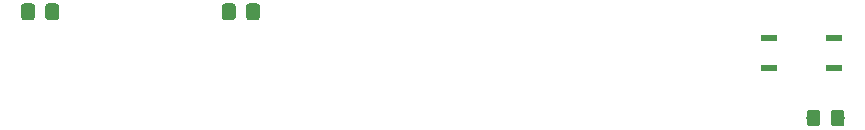
<source format=gbr>
G04 #@! TF.GenerationSoftware,KiCad,Pcbnew,(5.0.2)-1*
G04 #@! TF.CreationDate,2019-10-18T18:51:17-07:00*
G04 #@! TF.ProjectId,Arduino Project,41726475-696e-46f2-9050-726f6a656374,rev?*
G04 #@! TF.SameCoordinates,Original*
G04 #@! TF.FileFunction,Paste,Top*
G04 #@! TF.FilePolarity,Positive*
%FSLAX46Y46*%
G04 Gerber Fmt 4.6, Leading zero omitted, Abs format (unit mm)*
G04 Created by KiCad (PCBNEW (5.0.2)-1) date 10/18/2019 6:51:17 PM*
%MOMM*%
%LPD*%
G01*
G04 APERTURE LIST*
%ADD10R,1.450000X0.550000*%
%ADD11C,0.100000*%
%ADD12C,1.150000*%
G04 APERTURE END LIST*
D10*
G04 #@! TO.C,U2*
X153750000Y-54770000D03*
X153750000Y-52230000D03*
X159250000Y-52230000D03*
X159250000Y-54770000D03*
G04 #@! TD*
D11*
G04 #@! TO.C,R1*
G36*
X91324505Y-49301204D02*
X91348773Y-49304804D01*
X91372572Y-49310765D01*
X91395671Y-49319030D01*
X91417850Y-49329520D01*
X91438893Y-49342132D01*
X91458599Y-49356747D01*
X91476777Y-49373223D01*
X91493253Y-49391401D01*
X91507868Y-49411107D01*
X91520480Y-49432150D01*
X91530970Y-49454329D01*
X91539235Y-49477428D01*
X91545196Y-49501227D01*
X91548796Y-49525495D01*
X91550000Y-49549999D01*
X91550000Y-50450001D01*
X91548796Y-50474505D01*
X91545196Y-50498773D01*
X91539235Y-50522572D01*
X91530970Y-50545671D01*
X91520480Y-50567850D01*
X91507868Y-50588893D01*
X91493253Y-50608599D01*
X91476777Y-50626777D01*
X91458599Y-50643253D01*
X91438893Y-50657868D01*
X91417850Y-50670480D01*
X91395671Y-50680970D01*
X91372572Y-50689235D01*
X91348773Y-50695196D01*
X91324505Y-50698796D01*
X91300001Y-50700000D01*
X90649999Y-50700000D01*
X90625495Y-50698796D01*
X90601227Y-50695196D01*
X90577428Y-50689235D01*
X90554329Y-50680970D01*
X90532150Y-50670480D01*
X90511107Y-50657868D01*
X90491401Y-50643253D01*
X90473223Y-50626777D01*
X90456747Y-50608599D01*
X90442132Y-50588893D01*
X90429520Y-50567850D01*
X90419030Y-50545671D01*
X90410765Y-50522572D01*
X90404804Y-50498773D01*
X90401204Y-50474505D01*
X90400000Y-50450001D01*
X90400000Y-49549999D01*
X90401204Y-49525495D01*
X90404804Y-49501227D01*
X90410765Y-49477428D01*
X90419030Y-49454329D01*
X90429520Y-49432150D01*
X90442132Y-49411107D01*
X90456747Y-49391401D01*
X90473223Y-49373223D01*
X90491401Y-49356747D01*
X90511107Y-49342132D01*
X90532150Y-49329520D01*
X90554329Y-49319030D01*
X90577428Y-49310765D01*
X90601227Y-49304804D01*
X90625495Y-49301204D01*
X90649999Y-49300000D01*
X91300001Y-49300000D01*
X91324505Y-49301204D01*
X91324505Y-49301204D01*
G37*
D12*
X90975000Y-50000000D03*
D11*
G36*
X93374505Y-49301204D02*
X93398773Y-49304804D01*
X93422572Y-49310765D01*
X93445671Y-49319030D01*
X93467850Y-49329520D01*
X93488893Y-49342132D01*
X93508599Y-49356747D01*
X93526777Y-49373223D01*
X93543253Y-49391401D01*
X93557868Y-49411107D01*
X93570480Y-49432150D01*
X93580970Y-49454329D01*
X93589235Y-49477428D01*
X93595196Y-49501227D01*
X93598796Y-49525495D01*
X93600000Y-49549999D01*
X93600000Y-50450001D01*
X93598796Y-50474505D01*
X93595196Y-50498773D01*
X93589235Y-50522572D01*
X93580970Y-50545671D01*
X93570480Y-50567850D01*
X93557868Y-50588893D01*
X93543253Y-50608599D01*
X93526777Y-50626777D01*
X93508599Y-50643253D01*
X93488893Y-50657868D01*
X93467850Y-50670480D01*
X93445671Y-50680970D01*
X93422572Y-50689235D01*
X93398773Y-50695196D01*
X93374505Y-50698796D01*
X93350001Y-50700000D01*
X92699999Y-50700000D01*
X92675495Y-50698796D01*
X92651227Y-50695196D01*
X92627428Y-50689235D01*
X92604329Y-50680970D01*
X92582150Y-50670480D01*
X92561107Y-50657868D01*
X92541401Y-50643253D01*
X92523223Y-50626777D01*
X92506747Y-50608599D01*
X92492132Y-50588893D01*
X92479520Y-50567850D01*
X92469030Y-50545671D01*
X92460765Y-50522572D01*
X92454804Y-50498773D01*
X92451204Y-50474505D01*
X92450000Y-50450001D01*
X92450000Y-49549999D01*
X92451204Y-49525495D01*
X92454804Y-49501227D01*
X92460765Y-49477428D01*
X92469030Y-49454329D01*
X92479520Y-49432150D01*
X92492132Y-49411107D01*
X92506747Y-49391401D01*
X92523223Y-49373223D01*
X92541401Y-49356747D01*
X92561107Y-49342132D01*
X92582150Y-49329520D01*
X92604329Y-49319030D01*
X92627428Y-49310765D01*
X92651227Y-49304804D01*
X92675495Y-49301204D01*
X92699999Y-49300000D01*
X93350001Y-49300000D01*
X93374505Y-49301204D01*
X93374505Y-49301204D01*
G37*
D12*
X93025000Y-50000000D03*
G04 #@! TD*
D11*
G04 #@! TO.C,R2*
G36*
X108324505Y-49301204D02*
X108348773Y-49304804D01*
X108372572Y-49310765D01*
X108395671Y-49319030D01*
X108417850Y-49329520D01*
X108438893Y-49342132D01*
X108458599Y-49356747D01*
X108476777Y-49373223D01*
X108493253Y-49391401D01*
X108507868Y-49411107D01*
X108520480Y-49432150D01*
X108530970Y-49454329D01*
X108539235Y-49477428D01*
X108545196Y-49501227D01*
X108548796Y-49525495D01*
X108550000Y-49549999D01*
X108550000Y-50450001D01*
X108548796Y-50474505D01*
X108545196Y-50498773D01*
X108539235Y-50522572D01*
X108530970Y-50545671D01*
X108520480Y-50567850D01*
X108507868Y-50588893D01*
X108493253Y-50608599D01*
X108476777Y-50626777D01*
X108458599Y-50643253D01*
X108438893Y-50657868D01*
X108417850Y-50670480D01*
X108395671Y-50680970D01*
X108372572Y-50689235D01*
X108348773Y-50695196D01*
X108324505Y-50698796D01*
X108300001Y-50700000D01*
X107649999Y-50700000D01*
X107625495Y-50698796D01*
X107601227Y-50695196D01*
X107577428Y-50689235D01*
X107554329Y-50680970D01*
X107532150Y-50670480D01*
X107511107Y-50657868D01*
X107491401Y-50643253D01*
X107473223Y-50626777D01*
X107456747Y-50608599D01*
X107442132Y-50588893D01*
X107429520Y-50567850D01*
X107419030Y-50545671D01*
X107410765Y-50522572D01*
X107404804Y-50498773D01*
X107401204Y-50474505D01*
X107400000Y-50450001D01*
X107400000Y-49549999D01*
X107401204Y-49525495D01*
X107404804Y-49501227D01*
X107410765Y-49477428D01*
X107419030Y-49454329D01*
X107429520Y-49432150D01*
X107442132Y-49411107D01*
X107456747Y-49391401D01*
X107473223Y-49373223D01*
X107491401Y-49356747D01*
X107511107Y-49342132D01*
X107532150Y-49329520D01*
X107554329Y-49319030D01*
X107577428Y-49310765D01*
X107601227Y-49304804D01*
X107625495Y-49301204D01*
X107649999Y-49300000D01*
X108300001Y-49300000D01*
X108324505Y-49301204D01*
X108324505Y-49301204D01*
G37*
D12*
X107975000Y-50000000D03*
D11*
G36*
X110374505Y-49301204D02*
X110398773Y-49304804D01*
X110422572Y-49310765D01*
X110445671Y-49319030D01*
X110467850Y-49329520D01*
X110488893Y-49342132D01*
X110508599Y-49356747D01*
X110526777Y-49373223D01*
X110543253Y-49391401D01*
X110557868Y-49411107D01*
X110570480Y-49432150D01*
X110580970Y-49454329D01*
X110589235Y-49477428D01*
X110595196Y-49501227D01*
X110598796Y-49525495D01*
X110600000Y-49549999D01*
X110600000Y-50450001D01*
X110598796Y-50474505D01*
X110595196Y-50498773D01*
X110589235Y-50522572D01*
X110580970Y-50545671D01*
X110570480Y-50567850D01*
X110557868Y-50588893D01*
X110543253Y-50608599D01*
X110526777Y-50626777D01*
X110508599Y-50643253D01*
X110488893Y-50657868D01*
X110467850Y-50670480D01*
X110445671Y-50680970D01*
X110422572Y-50689235D01*
X110398773Y-50695196D01*
X110374505Y-50698796D01*
X110350001Y-50700000D01*
X109699999Y-50700000D01*
X109675495Y-50698796D01*
X109651227Y-50695196D01*
X109627428Y-50689235D01*
X109604329Y-50680970D01*
X109582150Y-50670480D01*
X109561107Y-50657868D01*
X109541401Y-50643253D01*
X109523223Y-50626777D01*
X109506747Y-50608599D01*
X109492132Y-50588893D01*
X109479520Y-50567850D01*
X109469030Y-50545671D01*
X109460765Y-50522572D01*
X109454804Y-50498773D01*
X109451204Y-50474505D01*
X109450000Y-50450001D01*
X109450000Y-49549999D01*
X109451204Y-49525495D01*
X109454804Y-49501227D01*
X109460765Y-49477428D01*
X109469030Y-49454329D01*
X109479520Y-49432150D01*
X109492132Y-49411107D01*
X109506747Y-49391401D01*
X109523223Y-49373223D01*
X109541401Y-49356747D01*
X109561107Y-49342132D01*
X109582150Y-49329520D01*
X109604329Y-49319030D01*
X109627428Y-49310765D01*
X109651227Y-49304804D01*
X109675495Y-49301204D01*
X109699999Y-49300000D01*
X110350001Y-49300000D01*
X110374505Y-49301204D01*
X110374505Y-49301204D01*
G37*
D12*
X110025000Y-50000000D03*
G04 #@! TD*
D11*
G04 #@! TO.C,R3*
G36*
X159874505Y-58301204D02*
X159898773Y-58304804D01*
X159922572Y-58310765D01*
X159945671Y-58319030D01*
X159967850Y-58329520D01*
X159988893Y-58342132D01*
X160008599Y-58356747D01*
X160026777Y-58373223D01*
X160043253Y-58391401D01*
X160057868Y-58411107D01*
X160070480Y-58432150D01*
X160080970Y-58454329D01*
X160089235Y-58477428D01*
X160095196Y-58501227D01*
X160098796Y-58525495D01*
X160100000Y-58549999D01*
X160100000Y-59450001D01*
X160098796Y-59474505D01*
X160095196Y-59498773D01*
X160089235Y-59522572D01*
X160080970Y-59545671D01*
X160070480Y-59567850D01*
X160057868Y-59588893D01*
X160043253Y-59608599D01*
X160026777Y-59626777D01*
X160008599Y-59643253D01*
X159988893Y-59657868D01*
X159967850Y-59670480D01*
X159945671Y-59680970D01*
X159922572Y-59689235D01*
X159898773Y-59695196D01*
X159874505Y-59698796D01*
X159850001Y-59700000D01*
X159199999Y-59700000D01*
X159175495Y-59698796D01*
X159151227Y-59695196D01*
X159127428Y-59689235D01*
X159104329Y-59680970D01*
X159082150Y-59670480D01*
X159061107Y-59657868D01*
X159041401Y-59643253D01*
X159023223Y-59626777D01*
X159006747Y-59608599D01*
X158992132Y-59588893D01*
X158979520Y-59567850D01*
X158969030Y-59545671D01*
X158960765Y-59522572D01*
X158954804Y-59498773D01*
X158951204Y-59474505D01*
X158950000Y-59450001D01*
X158950000Y-58549999D01*
X158951204Y-58525495D01*
X158954804Y-58501227D01*
X158960765Y-58477428D01*
X158969030Y-58454329D01*
X158979520Y-58432150D01*
X158992132Y-58411107D01*
X159006747Y-58391401D01*
X159023223Y-58373223D01*
X159041401Y-58356747D01*
X159061107Y-58342132D01*
X159082150Y-58329520D01*
X159104329Y-58319030D01*
X159127428Y-58310765D01*
X159151227Y-58304804D01*
X159175495Y-58301204D01*
X159199999Y-58300000D01*
X159850001Y-58300000D01*
X159874505Y-58301204D01*
X159874505Y-58301204D01*
G37*
D12*
X159525000Y-59000000D03*
D11*
G36*
X157824505Y-58301204D02*
X157848773Y-58304804D01*
X157872572Y-58310765D01*
X157895671Y-58319030D01*
X157917850Y-58329520D01*
X157938893Y-58342132D01*
X157958599Y-58356747D01*
X157976777Y-58373223D01*
X157993253Y-58391401D01*
X158007868Y-58411107D01*
X158020480Y-58432150D01*
X158030970Y-58454329D01*
X158039235Y-58477428D01*
X158045196Y-58501227D01*
X158048796Y-58525495D01*
X158050000Y-58549999D01*
X158050000Y-59450001D01*
X158048796Y-59474505D01*
X158045196Y-59498773D01*
X158039235Y-59522572D01*
X158030970Y-59545671D01*
X158020480Y-59567850D01*
X158007868Y-59588893D01*
X157993253Y-59608599D01*
X157976777Y-59626777D01*
X157958599Y-59643253D01*
X157938893Y-59657868D01*
X157917850Y-59670480D01*
X157895671Y-59680970D01*
X157872572Y-59689235D01*
X157848773Y-59695196D01*
X157824505Y-59698796D01*
X157800001Y-59700000D01*
X157149999Y-59700000D01*
X157125495Y-59698796D01*
X157101227Y-59695196D01*
X157077428Y-59689235D01*
X157054329Y-59680970D01*
X157032150Y-59670480D01*
X157011107Y-59657868D01*
X156991401Y-59643253D01*
X156973223Y-59626777D01*
X156956747Y-59608599D01*
X156942132Y-59588893D01*
X156929520Y-59567850D01*
X156919030Y-59545671D01*
X156910765Y-59522572D01*
X156904804Y-59498773D01*
X156901204Y-59474505D01*
X156900000Y-59450001D01*
X156900000Y-58549999D01*
X156901204Y-58525495D01*
X156904804Y-58501227D01*
X156910765Y-58477428D01*
X156919030Y-58454329D01*
X156929520Y-58432150D01*
X156942132Y-58411107D01*
X156956747Y-58391401D01*
X156973223Y-58373223D01*
X156991401Y-58356747D01*
X157011107Y-58342132D01*
X157032150Y-58329520D01*
X157054329Y-58319030D01*
X157077428Y-58310765D01*
X157101227Y-58304804D01*
X157125495Y-58301204D01*
X157149999Y-58300000D01*
X157800001Y-58300000D01*
X157824505Y-58301204D01*
X157824505Y-58301204D01*
G37*
D12*
X157475000Y-59000000D03*
G04 #@! TD*
M02*

</source>
